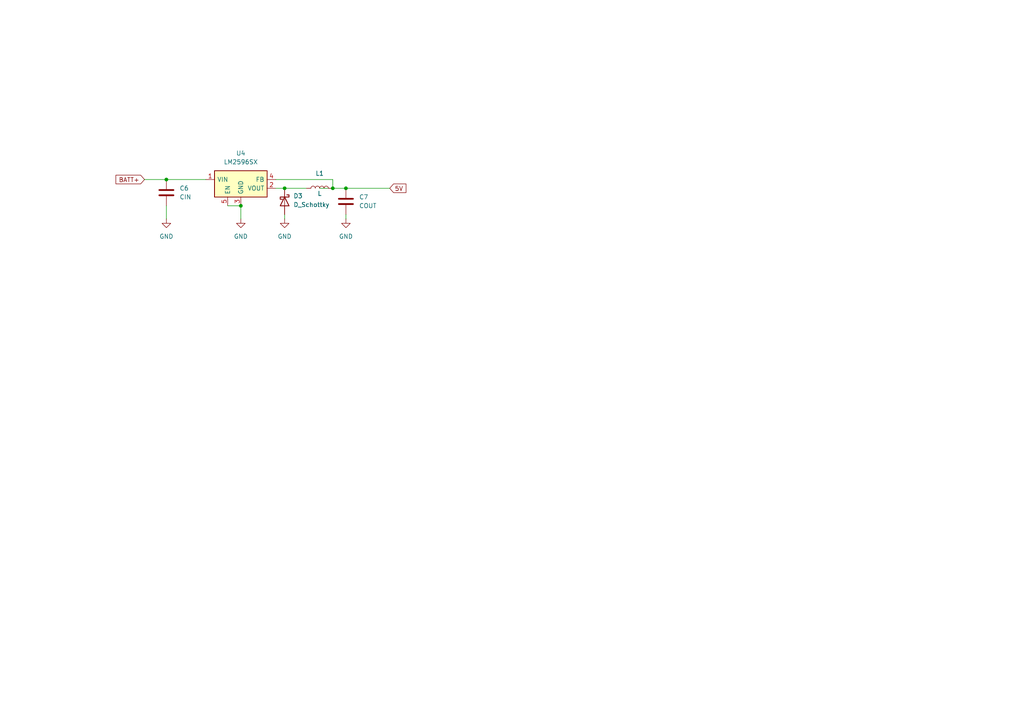
<source format=kicad_sch>
(kicad_sch (version 20250114) (generator "eeschema") (generator_version "9.0")
  (paper "A4")
  (lib_symbols
    (symbol "Device:C" (pin_numbers (hide yes)) (pin_names (offset 0.254))
      (property "Reference" "C" (at 0.635 2.54 0))
      (property "Value" "C" (at 0.635 -2.54 0))
      (symbol "C_0_1"
        (polyline (pts (xy -2.032 0.762) (xy 2.032 0.762)) (stroke (width 0.508)))
        (polyline (pts (xy -2.032 -0.762) (xy 2.032 -0.762)) (stroke (width 0.508)))
      )
      (symbol "C_1_1"
        (pin passive line (at 0 3.81 270) (length 2.794) (name "~") (number "1"))
        (pin passive line (at 0 -3.81 90) (length 2.794) (name "~") (number "2"))
      )
    )
    (symbol "Device:D_Schottky" (pin_numbers (hide yes)) (pin_names (offset 1.016) (hide yes))
      (property "Reference" "D" (at 0 2.54 0))
      (property "Value" "D_Schottky" (at 0 -2.54 0))
      (symbol "D_Schottky_0_1"
        (polyline (pts (xy -1.905 0.635) (xy -1.905 1.27) (xy -1.27 1.27) (xy -1.27 -1.27) (xy -0.635 -1.27) (xy -0.635 -0.635)) (stroke (width 0.254)))
        (polyline (pts (xy 1.27 1.27) (xy 1.27 -1.27) (xy -1.27 0) (xy 1.27 1.27)) (stroke (width 0.254)))
        (polyline (pts (xy 1.27 0) (xy -1.27 0)))
      )
      (symbol "D_Schottky_1_1"
        (pin passive line (at -3.81 0 0) (length 2.54) (name "K") (number "1"))
        (pin passive line (at 3.81 0 180) (length 2.54) (name "A") (number "2"))
      )
    )
    (symbol "Device:L" (pin_numbers (hide yes)) (pin_names (offset 1.016) (hide yes))
      (property "Reference" "L" (at -1.27 0 90))
      (property "Value" "L" (at 1.905 0 90))
      (symbol "L_0_1"
        (arc (start 0 2.54) (mid 0.6323 1.905) (end 0 1.27))
        (arc (start 0 1.27) (mid 0.6323 0.635) (end 0 0))
        (arc (start 0 0) (mid 0.6323 -0.635) (end 0 -1.27))
        (arc (start 0 -1.27) (mid 0.6323 -1.905) (end 0 -2.54))
      )
      (symbol "L_1_1"
        (pin passive line (at 0 3.81 270) (length 1.27) (name "1") (number "1"))
        (pin passive line (at 0 -3.81 90) (length 1.27) (name "2") (number "2"))
      )
    )
    (symbol "Regulator_Linear:IFX25401TBV" (pin_names (offset 0.762))
      (property "Reference" "U4" (at 0 7.62 0))
      (property "Value" "LM2596SX" (at 0 5.08 0))
      (symbol "IFX25401TBV_0_1"
        (rectangle (start -7.62 2.54) (end 7.62 -5.08) (stroke (width 0.254)) (fill (type background)))
      )
      (symbol "IFX25401TBV_1_1"
        (pin power_in line (at -10.16 0 0) (length 2.54) (name "VIN") (number "1"))
        (pin input line (at -3.81 -7.62 90) (length 2.54) (name "EN") (number "5"))
        (pin passive line (at 0 -7.62 90) (length 2.54) (name "GND") (number "3"))
        (pin input line (at 10.16 0 180) (length 2.54) (name "FB") (number "4"))
        (pin power_out line (at 10.16 -2.54 180) (length 2.54) (name "VOUT") (number "2"))
      )
    )
    (symbol "power:GND" (power) (pin_numbers (hide yes)) (pin_names (offset 0) (hide yes))
      (property "Value" "GND" (at 0 -3.81 0))
      (symbol "GND_0_1"
        (polyline (pts (xy 0 0) (xy 0 -1.27) (xy 1.27 -1.27) (xy 0 -2.54) (xy -1.27 -1.27) (xy 0 -1.27)))
      )
      (symbol "GND_1_1"
        (pin power_in line (at 0 0 270) (length 0) (name "~") (number "1"))
      )
    )
  )
  (junction (at 48.26 52.07))
  (junction (at 69.85 59.69))
  (junction (at 82.55 54.61))
  (junction (at 100.33 54.61))
  (junction (at 96.52 54.61))
  (wire (pts (xy 82.55 54.61) (xy 88.9 54.61)))
  (wire (pts (xy 48.26 59.69) (xy 48.26 63.5)))
  (wire (pts (xy 96.52 54.61) (xy 92.71 54.61)))
  (wire (pts (xy 100.33 54.61) (xy 113.03 54.61)))
  (wire (pts (xy 80.01 54.61) (xy 82.55 54.61)))
  (wire (pts (xy 96.52 52.07) (xy 96.52 54.61)))
  (wire (pts (xy 41.91 52.07) (xy 48.26 52.07)))
  (wire (pts (xy 80.01 52.07) (xy 96.52 52.07)))
  (wire (pts (xy 100.33 62.23) (xy 100.33 63.5)))
  (wire (pts (xy 48.26 52.07) (xy 59.69 52.07)))
  (wire (pts (xy 69.85 59.69) (xy 69.85 63.5)))
  (wire (pts (xy 66.04 59.69) (xy 69.85 59.69)))
  (wire (pts (xy 96.52 54.61) (xy 100.33 54.61)))
  (wire (pts (xy 82.55 62.23) (xy 82.55 63.5)))
  (global_label "BATT+" (shape input) (at 41.91 52.07 180) (property "Intersheetrefs" "${INTERSHEET_REFS}" (effects (hide yes))))
  (global_label "5V" (shape input) (at 113.03 54.61 0) (property "Intersheetrefs" "${INTERSHEET_REFS}" (effects (hide yes))))
  (symbol (lib_id "power:GND") (at 100.33 63.5 0) (unit 1)
    (property "Reference" "#PWR09" (effects (hide yes)))
    (property "Value" "GND" (at 100.33 68.58 0))
    (property "Description" "Power symbol creates a global label with name \"GND\" , ground" (effects (hide yes)))
  )
  (symbol (lib_id "power:GND") (at 69.85 63.5 0) (unit 1)
    (property "Reference" "#PWR06" (effects (hide yes)))
    (property "Value" "GND" (at 69.85 68.58 0))
    (property "Description" "Power symbol creates a global label with name \"GND\" , ground" (effects (hide yes)))
  )
  (symbol (lib_id "Device:D_Schottky") (at 82.55 58.42 270) (unit 1)
    (property "Reference" "D3" (at 85.09 56.8324 90) (effects (justify left)))
    (property "Value" "D_Schottky" (at 85.09 59.3724 90) (effects (justify left)))
    (property "Description" "Schottky diode" (effects (hide yes)))
  )
  (symbol (lib_id "Device:L") (at 92.71 54.61 90) (unit 1)
    (property "Reference" "L1" (at 92.71 50.292 90))
    (property "Value" "L" (at 92.71 56.134 90))
    (property "Description" "Inductor" (effects (hide yes)))
  )
  (symbol (lib_id "Regulator_Linear:IFX25401TBV") (at 69.85 52.07 0) (unit 1)
    (property "Reference" "U4" (at 69.85 44.45 0))
    (property "Value" "LM2596SX" (at 69.85 46.99 0))
    (property "Footprint" "Package_TO_SOT_SMD:TO-263-5_TabPin3" (effects (hide yes)))
  )
  (symbol (lib_id "Device:C") (at 48.26 55.88 0) (unit 1)
    (property "Reference" "C6" (at 52.07 54.6099 0) (effects (justify left)))
    (property "Value" "CIN" (at 52.07 57.1499 0) (effects (justify left)))
    (property "Description" "Unpolarized capacitor" (effects (hide yes)))
  )
  (symbol (lib_id "power:GND") (at 48.26 63.5 0) (unit 1)
    (property "Reference" "#PWR07" (effects (hide yes)))
    (property "Value" "GND" (at 48.26 68.58 0))
    (property "Description" "Power symbol creates a global label with name \"GND\" , ground" (effects (hide yes)))
  )
  (symbol (lib_id "power:GND") (at 82.55 63.5 0) (unit 1)
    (property "Reference" "#PWR08" (effects (hide yes)))
    (property "Value" "GND" (at 82.55 68.58 0))
    (property "Description" "Power symbol creates a global label with name \"GND\" , ground" (effects (hide yes)))
  )
  (symbol (lib_id "Device:C") (at 100.33 58.42 0) (unit 1)
    (property "Reference" "C7" (at 104.14 57.1499 0) (effects (justify left)))
    (property "Value" "COUT" (at 104.14 59.6899 0) (effects (justify left)))
    (property "Description" "Unpolarized capacitor" (effects (hide yes)))
  )
)
</source>
